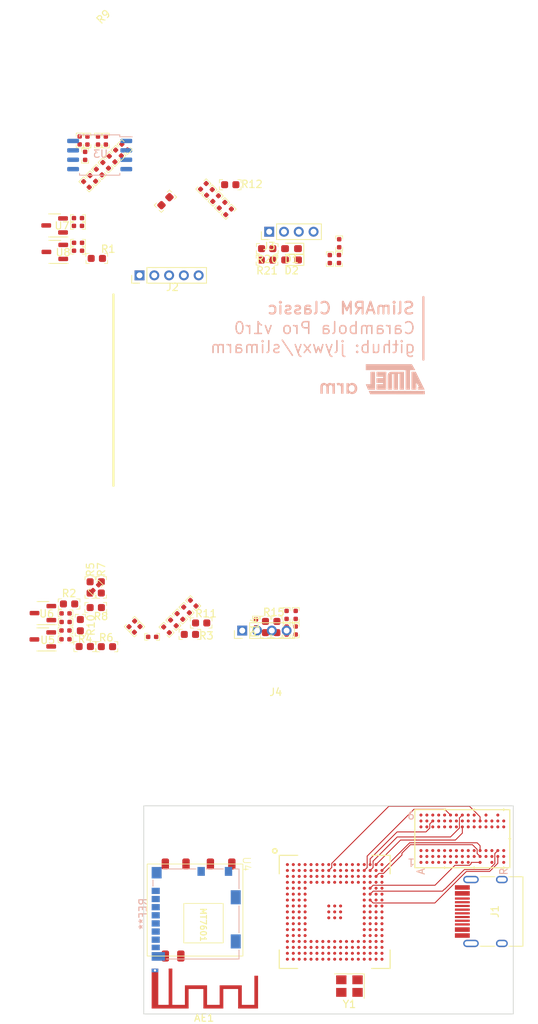
<source format=kicad_pcb>
(kicad_pcb (version 20221018) (generator pcbnew)
  (layers (0 "F.Cu" signal) (1 "In1.Cu" signal) (2 "In2.Cu" signal) (31 "B.Cu" signal) (34 "B.Paste" user) (35 "F.Paste" user) (36 "B.SilkS" user "B.Silkscreen") (37 "F.SilkS" user "F.Silkscreen") (38 "B.Mask" user) (39 "F.Mask" user) (44 "Edge.Cuts" user))
  (net 0 "")
  (net 4 "Net-(U1C-NRST)")
  (net 6 "/DP")
  (net 7 "/DN")
  (net 9 "Net-(U1C-VBG)")
  (net 10 "Net-(U1A-JTAGSEL)")
  (net 11 "/USBD_FS_DP")
  (net 12 "/USBD_FS_DN")
  (net 13 "+3V3")
  (net 14 "Net-(U1A-WKUP)")
  (net 15 "Net-(U1C-PD5)")
  (net 16 "/DDR_CS")
  (net 22 "/DDR_DQS1")
  (net 23 "/DDR_DQM0")
  (net 24 "/DDR_DQS0")
  (net 25 "/DDR_WE")
  (net 27 "/DDR_D14")
  (net 28 "/DDR_D12")
  (net 29 "/DDR_D8")
  (net 30 "/DDR_D2")
  (net 31 "/DDR_D4")
  (net 32 "/DDR_DQM1")
  (net 33 "/DDR_RAS")
  (net 34 "/DDR_CKE")
  (net 40 "/DDR_D13")
  (net 42 "/DDR_D7")
  (net 44 "/DDR_D5")
  (net 45 "/DDR_D3")
  (net 46 "/DDR_BA1")
  (net 47 "/DDR_A10")
  (net 48 "/DDR_CAS")
  (net 49 "/DDR_NCLK")
  (net 50 "/DDR_D15")
  (net 51 "/DDR_D11")
  (net 57 "/DDR_D6")
  (net 58 "/DDR_D9")
  (net 61 "/DDR_BA0")
  (net 62 "/DDR_A11")
  (net 63 "/DDR_CLK")
  (net 64 "/DDR_D10")
  (net 65 "/DDR_D1")
  (net 72 "/DDR_BA2")
  (net 73 "/DDR_A12")
  (net 74 "/DDR_A5")
  (net 77 "Net-(D1-A)")
  (net 78 "Net-(U1A-PC1)")
  (net 79 "/DDR_A9")
  (net 80 "/DDR_A6")
  (net 81 "/DDR_A4")
  (net 82 "/UART_UTXD")
  (net 83 "/UART_URXD")
  (net 85 "/DDR_A7")
  (net 87 "/DDR_A3")
  (net 88 "/DDR_A2")
  (net 90 "/DDR_A0")
  (net 93 "/DDR_A1")
  (net 94 "/UART_TXD")
  (net 95 "/UART_RXD")
  (net 105 "/DEBUG_TXD")
  (net 106 "/JTAG_TDI")
  (net 107 "/JTAG_TDO")
  (net 108 "/JTAG_RST")
  (net 116 "/DEBUG_RXD")
  (net 117 "/JTAG_TCK")
  (net 118 "/JTAG_TMS")
  (net 133 "/DDR_A8")
  (net 151 "Net-(U2-VREF)")
  (net 171 "/SPI_MOSI")
  (net 173 "/SPI_CLK")
  (net 178 "/SPI_MISO")
  (net 179 "/SPI_CS")
  (net 193 "/XTAL_IN")
  (net 194 "/XTAL_OUT")
  (net 195 "Net-(D2-A)")
  (net 196 "Net-(U1A-PC2)")
  (net 197 "GND")
  (net 198 "+5V")
  (net 199 "Net-(J1-CC1)")
  (net 200 "Net-(J1-CC2)")
  (net 201 "/DDR_D0")
  (net 202 "/3v3")
  (net 203 "/1v8_CPUMEM")
  (net 204 "/1v8_DDR")
  (net 205 "/1v0_CPUCORE")
  (net 210 "Net-(AE1-Shield)")
  (footprint "jlywxy:0402" (layer "F.Cu") (at 25.52 59.24 45)
    (fp_text reference "C31" hide)
    (fp_text value "22pF")
  )
  (footprint "jlywxy:0603" (layer "F.Cu") (at 18.55 59.408 -90)
    (fp_text reference "R10")
    (fp_text value "1.5k")
  )
  (footprint "jlywxy:0402" (layer "F.Cu") (at 24.55 -5.25 -45)
    (fp_text reference "C5" hide)
    (fp_text value "100nF")
  )
  (footprint "jlywxy:0402" (layer "F.Cu") (at 53.5475 9.89 90)
    (fp_text reference "C23" hide)
    (fp_text value "100nF")
  )
  (footprint "jlywxy:MT7601_Module" (layer "F.Cu") (at 40.55 91.71 -90)
    (fp_text reference "U4")
    (fp_text value "~")
  )
  (footprint "jlywxy:0402" (layer "F.Cu") (at 28.27 60.99 180)
    (fp_text reference "C41" hide)
    (fp_text value "22pF")
  )
  (footprint "Connector_PinHeader_2.00mm:PinHeader_1x04_P2.00mm_Vertical" (layer "F.Cu") (at 44.1075 6.2 90)
    (fp_text reference "J3")
    (fp_text value "Conn_01x04")
  )
  (footprint "jlywxy:0402" (layer "F.Cu") (at 35.198162 0.061838 -135)
    (fp_text reference "C6" hide)
    (fp_text value "100nF")
  )
  (footprint "jlywxy:0402" (layer "F.Cu") (at 31.14 59.1 135)
    (fp_text reference "C12" hide)
    (fp_text value "100nF")
  )
  (footprint "jlywxy:0402" (layer "F.Cu") (at 23.71 -4.46 -45)
    (fp_text reference "C4" hide)
    (fp_text value "100nF")
  )
  (footprint "jlywxy:0603" (layer "F.Cu") (at 43.8075 10.04 180)
    (fp_text reference "R21")
    (fp_text value "5.6k")
  )
  (footprint "jlywxy:0603" (layer "F.Cu") (at 43.8375 8.49 180)
    (fp_text reference "R20")
    (fp_text value "5.6k")
  )
  (footprint "jlywxy:0603" (layer "F.Cu") (at 33.378 60.66 180)
    (fp_text reference "R3")
    (fp_text value "6.8k")
  )
  (footprint "jlywxy:0402" (layer "F.Cu") (at 32.03 58.23 135)
    (fp_text reference "C13" hide)
    (fp_text value "100nF")
  )
  (footprint "jlywxy:0603" (layer "F.Cu") (at 45.15 59.66 -90)
    (fp_text reference "R15")
    (fp_text value "1.5k")
  )
  (footprint "jlywxy:0402" (layer "F.Cu") (at 20.24 -1.01 -45)
    (fp_text reference "C18" hide)
    (fp_text value "100nF")
  )
  (footprint "jlywxy:0402" (layer "F.Cu") (at 21.98 -2.78 -45)
    (fp_text reference "C2" hide)
    (fp_text value "100nF")
  )
  (footprint "jlywxy:0402" (layer "F.Cu") (at 32.92 57.35 135)
    (fp_text reference "C15" hide)
    (fp_text value "100nF")
  )
  (footprint "Connector_PinHeader_2.00mm:PinHeader_1x05_P2.00mm_Vertical" (layer "F.Cu") (at 26.56 12.1 90)
    (fp_text reference "J2")
    (fp_text value "Conn_01x05")
  )
  (footprint "Connector_PinHeader_2.00mm:PinHeader_1x04_P2.00mm_Vertical" (layer "F.Cu") (at 40.46 60.14 90)
    (fp_text reference "J4")
    (fp_text value "Conn_01x04")
  )
  (footprint "jlywxy:0603" (layer "F.Cu") (at 17.028 56.538)
    (fp_text reference "R2")
    (fp_text value "5.1k")
  )
  (footprint "jlywxy:0603" (layer "F.Cu") (at 30.068162 2.071838 -135)
    (fp_text reference "R9")
    (fp_text value "10k")
  )
  (footprint "jlywxy:0603" (layer "F.Cu") (at 21.39 54.298 90)
    (fp_text reference "R7")
    (fp_text value "39")
  )
  (footprint "jlywxy:0402" (layer "F.Cu") (at 22.85 -3.63 -45)
    (fp_text reference "C3" hide)
    (fp_text value "100nF")
  )
  (footprint "jlywxy:0402" (layer "F.Cu") (at 16.56 58.978 180)
    (fp_text reference "C35" hide)
    (fp_text value "22pF")
  )
  (footprint "jlywxy:0402" (layer "F.Cu") (at 47.69 60.13 90)
    (fp_text reference "C22" hide)
    (fp_text value "100nF")
  )
  (footprint "jlywxy:0603" (layer "F.Cu") (at 38.838162 -0.158162)
    (fp_text reference "R12")
    (fp_text value "470k")
  )
  (footprint "jlywxy:0402" (layer "F.Cu") (at 18.24 7.7 180)
    (fp_text reference "C40" hide)
    (fp_text value "22pF")
  )
  (footprint "jlywxy:USB_TYPEC_Receptacle" (layer "F.Cu") (at 74.539 98.13 90)
    (fp_text reference "J1")
    (fp_text value "USB_C_Receptacle_USB2.0")
  )
  (footprint "jlywxy:0603" (layer "F.Cu") (at 20.64 57.028 180)
    (fp_text reference "R8")
    (fp_text value "1.5k")
  )
  (footprint "Crystal:Crystal_SMD_3225-4Pin_3.2x2.5mm" (layer "F.Cu") (at 54.96 108.22 180)
    (fp_text reference "Y1")
    (fp_text value "Crystal_GND24")
  )
  (footprint "jlywxy:0402" (layer "F.Cu") (at 19.51 -6.13 -90)
    (fp_text reference "R17" hide)
    (fp_text value "10k")
  )
  (footprint "jlywxy:0402" (layer "F.Cu") (at 47.69 58.02 -90)
    (fp_text reference "C19" hide)
    (fp_text value "100nF")
  )
  (footprint "Package_TO_SOT_SMD:SOT-23-3" (layer "F.Cu") (at 13.4925 57.778 180)
    (fp_text reference "U6")
    (fp_text value "XC6206PxxxMR")
  )
  (footprint "LED_SMD:LED_0603_1608Metric_Pad1.05x0.95mm_HandSolder" (layer "F.Cu") (at 47.125 8.49 180)
    (fp_text reference "D1")
    (fp_text value "LED")
  )
  (footprint "jlywxy:0402" (layer "F.Cu") (at 30.21 60.04 135)
    (fp_text reference "C17" hide)
    (fp_text value "100nF")
  )
  (footprint "jlywxy:0402" (layer "F.Cu") (at 20.94 -6.13 -90)
    (fp_text reference "R19" hide)
    (fp_text value "10k")
  )
  (footprint "jlywxy:0402" (layer "F.Cu") (at 21.09 -1.87 -45)
    (fp_text reference "C1" hide)
    (fp_text value "100nF")
  )
  (footprint "jlywxy:0603" (layer "F.Cu") (at 22.15 62.318)
    (fp_text reference "R6")
    (fp_text value "0")
  )
  (footprint "jlywxy:0402" (layer "F.Cu") (at 46.46 60.14 90)
    (fp_text reference "C21" hide)
    (fp_text value "100nF")
  )
  (footprint "jlywxy:0402" (layer "F.Cu") (at 16.55 57.818 180)
    (fp_text reference "C36" hide)
    (fp_text value "22pF")
  )
  (footprint "jlywxy:0603" (layer "F.Cu") (at 20.78 9.81)
    (fp_text reference "R1")
    (fp_text value "5.1k")
  )
  (footprint "jlywxy:0402" (layer "F.Cu") (at 37.728162 2.611838 -135)
    (fp_text reference "C9" hide)
    (fp_text value "100nF")
  )
  (footprint "Package_TO_SOT_SMD:SOT-23-3" (layer "F.Cu") (at 13.4725 61.338 180)
    (fp_text reference "U5")
    (fp_text value "XC6206PxxxMR")
  )
  (footprint "jlywxy:0603" (layer "F.Cu") (at 43.6 59.66 90)
    (fp_text reference "R14")
    (fp_text value "1.5k")
  )
  (footprint "jlywxy:0402" (layer "F.Cu") (at 20.64 54.34 45)
    (fp_text reference "C32" hide)
    (fp_text value "22pF")
  )
  (footprint "jlywxy:0402" (layer "F.Cu") (at 38.608162 3.511838 -135)
    (fp_text reference "C10" hide)
    (fp_text value "100nF")
  )
  (footprint "jlywxy:0402" (layer "F.Cu") (at 18.24 8.77 180)
    (fp_text reference "C37" hide)
    (fp_text value "22pF")
  )
  (footprint "jlywxy:0402" (layer "F.Cu") (at 42.32 59.17 90)
    (fp_text reference "C26" hide)
    (fp_text value "22pF")
  )
  (footprint "RF_Antenna:Texas_SWRA117D_2.4GHz_Left" (layer "F.Cu") (at 30.75 106.105 180)
    (fp_text reference "AE1")
    (fp_text value "Antenna_Shield")
  )
  (footprint "jlywxy:0402" (layer "F.Cu") (at 33.821838 56.431838 135)
    (fp_text reference "C14" hide)
    (fp_text value "100nF")
  )
  (footprint "jlywxy:0402" (layer "F.Cu") (at 26.24 59.98 45)
    (fp_text reference "C16" hide)
    (fp_text value "100nF")
  )
  (footprint "jlywxy:0603" (layer "F.Cu") (at 19.87 54.308 90)
    (fp_text reference "R5")
    (fp_text value "39")
  )
  (footprint "jlywxy:0603" (layer "F.Cu") (at 19.15 62.298)
    (fp_text reference "R4")
    (fp_text value "NC")
  )
  (footprint "jlywxy:0402" (layer "F.Cu") (at 16.54 61.318 180)
    (fp_text reference "C33" hide)
    (fp_text value "22pF")
  )
  (footprint "jlywxy:0402" (layer "F.Cu") (at 36.018162 0.881838 -135)
    (fp_text reference "C7" hide)
    (fp_text value "100nF")
  )
  (footprint "jlywxy:0402" (layer "F.Cu") (at 52.3075 9.9 90)
    (fp_text reference "C24" hide)
    (fp_text value "100nF")
  )
  (footprint "jlywxy:0603" (layer "F.Cu") (at 34.9 59.11)
    (fp_text reference "R11")
    (fp_text value "1.5k")
  )
  (footprint "jlywxy:BGA84_DDR2" (layer "F.Cu") (at 70.2397 88.2898 90)
    (fp_text reference "U2" hide)
    (fp_text value "16bit-DDR2-8bank-FBGA84")
  )
  (footprint "jlywxy:0402" (layer "F.Cu") (at 46.46 58.02 -90)
    (fp_text reference "C20" hide)
    (fp_text value "100nF")
  )
  (footprint "LED_SMD:LED_0603_1608Metric_Pad1.05x0.95mm_HandSolder" (layer "F.Cu") (at 47.135 10.02 180)
    (fp_text reference "D2")
    (fp_text value "LED")
  )
  (footprint "jlywxy:0402" (layer "F.Cu") (at 18.23 4.36 180)
    (fp_text reference "C38" hide)
    (fp_text value "22pF")
  )
  (footprint "jlywxy:0402" (layer "F.Cu") (at 19.371838 -0.198162 -45)
    (fp_text reference "C11" hide)
    (fp_text value "100nF")
  )
  (footprint "jlywxy:0402" (layer "F.Cu") (at 53.5775 7.76 -90)
    (fp_text reference "C25" hide)
    (fp_text value "100nF")
  )
  (footprint "jlywxy:AT91SAM9G25_JKT" (layer "F.Cu") (at 52.965 98.185)
    (fp_text reference "U1" hide)
    (fp_text value "AT91SAM9G25-CU" hide)
  )
  (footprint "Package_TO_SOT_SMD:SOT-23-3" (layer "F.Cu") (at 15.0725 5.35 180)
    (fp_text reference "U7")
    (fp_text value "XC6206PxxxMR")
  )
  (footprint "jlywxy:0402" (layer "F.Cu") (at 36.858162 1.721838 -135)
    (fp_text reference "C8" hide)
    (fp_text value "100nF")
  )
  (footprint "jlywxy:0402" (layer "F.Cu") (at 22 -6.13 -90)
    (fp_text reference "R18" hide)
    (fp_text value "10k")
  )
  (footprint "jlywxy:0402" (layer "F.Cu") (at 18.46 -6.15 -90)
    (fp_text reference "R16" hide)
    (fp_text value "10k")
  )
  (footprint "Package_TO_SOT_SMD:SOT-23-3" (layer "F.Cu") (at 15.1 8.93 180)
    (fp_text reference "U8")
    (fp_text value "XC6206PxxxMR")
  )
  (footprint "jlywxy:0402" (layer "F.Cu") (at 19.2 -4.06 90)
    (fp_text reference "C27" hide)
    (fp_text value "100nF")
  )
  (footprint "jlywxy:0402" (layer "F.Cu") (at 16.54 60.128 180)
    (fp_text reference "C34" hide)
    (fp_text value "22pF")
  )
  (footprint "jlywxy:0402" (layer "F.Cu") (at 18.23 5.41 180)
    (fp_text reference "C39" hide)
    (fp_text value "22pF")
  )
  (footprint "Connector_Card:microSD_HC_Molex_104031-0811" (layer "B.Cu") (at 34.2 98.45 -90)
    (fp_text reference "REF**")
    (fp_text value "microSD_HC_Molex_104031-0811")
  )
  (footprint "jlywxy:image_arm" (layer "B.Cu") (at 53.53 27.4 180)
    (fp_text reference "G***" hide)
    (fp_text value "LOGO" hide)
  )
  (footprint "Package_SO:SOIC-8_5.23x5.23mm_P1.27mm" (layer "B.Cu") (at 21.17 -4.17 180)
    (fp_text reference "U3")
    (fp_text value "W25Q128JVS")
  )
  (footprint "jlywxy:image_atmel" (layer "B.Cu") (at 61.17 26.15 180)
    (fp_text reference "G***" hide)
    (fp_text value "LOGO" hide)
  )
  (gr_line (start 64.97 15.035) (end 64.97 23.5) (stroke (width 0.3)) (layer "B.SilkS"))
  (gr_line (start 23.03 40.559375) (end 23.03 14.680625) (stroke (width 0.3)) (layer "F.SilkS"))
  (gr_rect (start 27.13 83.84) (end 77.13 111.99) (stroke (width 0.1)) (fill none) (layer "Edge.Cuts"))
  (gr_text "SlimARM Classic" (at 63.94 17.48) (layer "B.SilkS") (effects (font (size 1.6 1.6) (thickness 0.28) bold) (justify left bottom mirror)))
  (gr_text "Carambola Pro v1r0\ngithub: jlywxy/slimarm" (at 63.99 22.74) (layer "B.SilkS") (effects (font (size 1.6 1.6) (thickness 0.2)) (justify left bottom mirror)))
  (segment (start 52.165 92.585) (end 52.5695 92.1805) (width 0.127) (layer "F.Cu") (net 16))
  (segment (start 72.64 85.330178) (end 72.64 85.8895) (width 0.127) (layer "F.Cu") (net 16))
  (segment (start 52.5695 92.1805) (end 52.5695 91.621178) (width 0.127) (layer "F.Cu") (net 16))
  (segment (start 71.213322 83.9035) (end 72.64 85.330178) (width 0.127) (layer "F.Cu") (net 16))
  (segment (start 52.5695 91.621178) (end 60.287178 83.9035) (width 0.127) (layer "F.Cu") (net 16))
  (segment (start 60.287178 83.9035) (end 71.213322 83.9035) (width 0.127) (layer "F.Cu") (net 16))
  (segment (start 65.8346 86.853422) (end 65.8346 86.2941) (width 0.127) (layer "F.Cu") (net 29))
  (segment (start 61.41 87.37) (end 65.318022 87.37) (width 0.127) (layer "F.Cu") (net 29))
  (segment (start 57.765 91.015) (end 61.41 87.37) (width 0.127) (layer "F.Cu") (net 29))
  (segment (start 65.8346 86.2941) (end 66.2392 85.8895) (width 0.127) (layer "F.Cu") (net 29))
  (segment (start 57.765 91.785) (end 57.765 91.015) (width 0.127) (layer "F.Cu") (net 29))
  (segment (start 65.318022 87.37) (end 65.8346 86.853422) (width 0.127) (layer "F.Cu") (net 29))
  (segment (start 61.88 88.47) (end 69.3 88.47) (width 0.127) (layer "F.Cu") (net 30))
  (segment (start 70.2397 87.5303) (end 70.2397 86.6896) (width 0.127) (layer "F.Cu") (net 30))
  (segment (start 58.565 91.785) (end 61.88 88.47) (width 0.127) (layer "F.Cu") (net 30))
  (segment (start 69.3 88.47) (end 70.2397 87.5303) (width 0.127) (layer "F.Cu") (net 30))
  (segment (start 56.965 92.585) (end 57.3605 92.1895) (width 0.127) (layer "F.Cu") (net 42))
  (segment (start 67.97 84.4199) (end 68.6395 85.0894) (width 0.127) (layer "F.Cu") (net 42))
  (segment (start 57.3605 92.1895) (end 57.3605 90.6395) (width 0.127) (layer "F.Cu") (net 42))
  (segment (start 67.97 84.31) (end 67.97 84.4199) (width 0.127) (layer "F.Cu") (net 42))
  (segment (start 63.69 84.31) (end 67.97 84.31) (width 0.127) (layer "F.Cu") (net 42))
  (segment (start 57.3605 90.6395) (end 63.69 84.31) (width 0.127) (layer "F.Cu") (net 42))
  (segment (start 68.638522 88.05) (end 69.8442 86.844322) (width 0.127) (layer "F.Cu") (net 44))
  (segment (start 57.765 92.585) (end 58.1605 92.1895) (width 0.127) (layer "F.Cu") (net 44))
  (segment (start 58.1605 92.1895) (end 58.1605 91.3195) (width 0.127) (layer "F.Cu") (net 44))
  (segment (start 69.8442 86.844322) (end 69.8442 85.4849) (width 0.127) (layer "F.Cu") (net 44))
  (segment (start 58.1605 91.3195) (end 61.43 88.05) (width 0.127) (layer "F.Cu") (net 44))
  (segment (start 69.8442 85.4849) (end 70.2397 85.0894) (width 0.127) (layer "F.Cu") (net 44))
  (segment (start 61.43 88.05) (end 68.638522 88.05) (width 0.127) (layer "F.Cu") (net 44))
  (segment (start 72.64 89.24) (end 72.64 89.89) (width 0.127) (layer "F.Cu") (net 46))
  (segment (start 72.24 88.84) (end 72.64 89.24) (width 0.127) (layer "F.Cu") (net 46))
  (segment (start 63.11 88.84) (end 72.24 88.84) (width 0.127) (layer "F.Cu") (net 46))
  (segment (start 59.365 92.585) (end 63.11 88.84) (width 0.127) (layer "F.Cu") (net 46))
  (segment (start 63.21521 89.094) (end 71.603222 89.094) (width 0.127) (layer "F.Cu") (net 61))
  (segment (start 58.9695 92.9805) (end 59.5795 92.9805) (width 0.127) (layer "F.Cu") (net 61))
  (segment (start 58.565 93.385) (end 58.9695 92.9805) (width 0.127) (layer "F.Cu") (net 61))
  (segment (start 72.2445 89.735278) (end 72.2445 90.2946) (width 0.127) (layer "F.Cu") (net 61))
  (segment (start 72.2445 90.2946) (end 72.64 90.6901) (width 0.127) (layer "F.Cu") (net 61))
  (segment (start 59.5795 92.9805) (end 62.069605 90.490395) (width 0.127) (layer "F.Cu") (net 61))
  (segment (start 71.603222 89.094) (end 72.2445 89.735278) (width 0.127) (layer "F.Cu") (net 61))
  (segment (start 62.069605 90.490395) (end 62.069605 90.239605) (width 0.127) (layer "F.Cu") (net 61))
  (segment (start 62.069605 90.239605) (end 63.21521 89.094) (width 0.127) (layer "F.Cu") (net 61))
  (segment (start 66.5395 94.5805) (end 69.2343 91.8857) (width 0.127) (layer "F.Cu") (net 72))
  (segment (start 71.4353 91.4902) (end 72.64 91.4902) (width 0.127) (layer "F.Cu") (net 72))
  (segment (start 58.1695 94.5805) (end 66.5395 94.5805) (width 0.127) (layer "F.Cu") (net 72))
  (segment (start 69.2343 91.8857) (end 71.203622 91.8857) (width 0.127) (layer "F.Cu") (net 72))
  (segment (start 71.4353 91.654022) (end 71.4353 91.4902) (width 0.127) (layer "F.Cu") (net 72))
  (segment (start 57.765 94.985) (end 58.1695 94.5805) (width 0.127) (layer "F.Cu") (net 72))
  (segment (start 71.203622 91.8857) (end 71.4353 91.654022) (width 0.127) (layer "F.Cu") (net 72))
  (segment (start 73.829722 92.46) (end 74.6357 91.654022) (width 0.127) (layer "F.Cu") (net 79))
  (segment (start 58.1695 95.3805) (end 67.5495 95.3805) (width 0.127) (layer "F.Cu") (net 79))
  (segment (start 74.6357 90.2946) (end 75.0403 89.89) (width 0.127) (layer "F.Cu") (net 79))
  (segment (start 57.765 95.785) (end 58.1695 95.3805) (width 0.127) (layer "F.Cu") (net 79))
  (segment (start 70.52 92.46) (end 73.829722 92.46) (width 0.127) (layer "F.Cu") (net 79))
  (segment (start 67.82 95.11) (end 67.87 95.11) (width 0.127) (layer "F.Cu") (net 79))
  (segment (start 74.6357 91.654022) (end 74.6357 90.2946) (width 0.127) (layer "F.Cu") (net 79))
  (segment (start 67.87 95.11) (end 70.52 92.46) (width 0.127) (layer "F.Cu") (net 79))
  (segment (start 67.5495 95.3805) (end 67.82 95.11) (width 0.127) (layer "F.Cu") (net 79))
  (segment (start 75.0403 91.608632) (end 75.0403 90.6901) (width 0.127) (layer "F.Cu") (net 85))
  (segment (start 70.79 92.714) (end 73.934932 92.714) (width 0.127) (layer "F.Cu") (net 85))
  (segment (start 58.1605 96.9805) (end 66.5235 96.9805) (width 0.127) (layer "F.Cu") (net 85))
  (segment (start 73.934932 92.714) (end 75.0403 91.608632) (width 0.127) (layer "F.Cu") (net 85))
  (segment (start 57.765 96.585) (end 58.1605 96.9805) (width 0.127) (layer "F.Cu") (net 85))
  (segment (start 66.5235 96.9805) (end 70.79 92.714) (width 0.127) (layer "F.Cu") (net 85))
)
</source>
